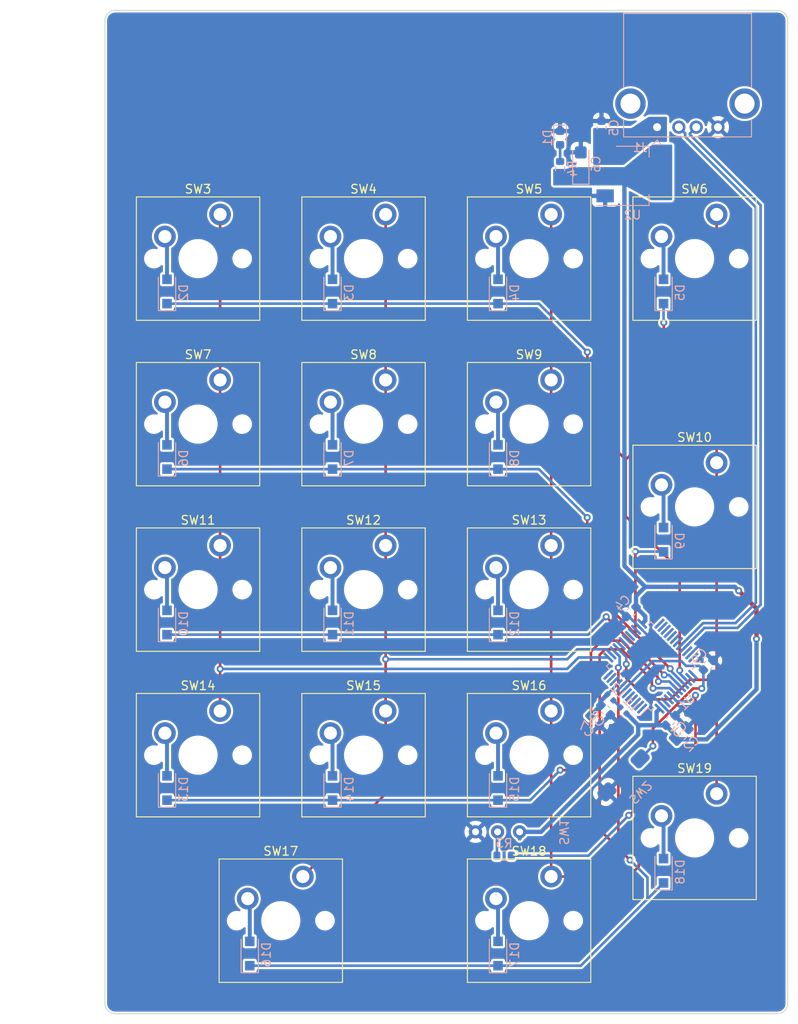
<source format=kicad_pcb>
(kicad_pcb (version 20211014) (generator pcbnew)
  (layers (0 "F.Cu" signal) (31 "B.Cu" signal) (34 "B.Paste" user) (35 "F.Paste" user) (36 "B.SilkS" user "B.Silkscreen") (37 "F.SilkS" user "F.Silkscreen") (38 "B.Mask" user) (39 "F.Mask" user) (44 "Edge.Cuts" user))
  (net 0 "")
  (net 1 "Earth")
  (net 2 "+3.3V")
  (net 3 "+5V")
  (net 4 "+3.3VA")
  (net 5 "NRST")
  (net 6 "/PWR_LED")
  (net 7 "R1")
  (net 8 "Net-(D2-Pad2)")
  (net 9 "Net-(D3-Pad2)")
  (net 10 "Net-(D4-Pad2)")
  (net 11 "Net-(D5-Pad2)")
  (net 12 "R2")
  (net 13 "Net-(D6-Pad2)")
  (net 14 "Net-(D7-Pad2)")
  (net 15 "Net-(D8-Pad2)")
  (net 16 "Net-(D9-Pad2)")
  (net 17 "R3")
  (net 18 "Net-(D10-Pad2)")
  (net 19 "Net-(D11-Pad2)")
  (net 20 "Net-(D12-Pad2)")
  (net 21 "R4")
  (net 22 "Net-(D13-Pad2)")
  (net 23 "Net-(D14-Pad2)")
  (net 24 "Net-(D15-Pad2)")
  (net 25 "R5")
  (net 26 "Net-(D16-Pad2)")
  (net 27 "Net-(D17-Pad2)")
  (net 28 "Net-(D18-Pad2)")
  (net 29 "USBD_N")
  (net 30 "USBD_P")
  (net 31 "Net-(L1-Pad2)")
  (net 32 "BOOT0")
  (net 33 "C1")
  (net 34 "C2")
  (net 35 "C3")
  (net 36 "C4")
  (net 45 "Net-(R3-Pad2)")
  (footprint "Switch_Keyboard_Cherry_MX:SW_Cherry_MX_PCB_1.00u" (layer "F.Cu") (at 179.784375 43.84375)
    (fp_text reference "SW6")
    (fp_text value "-")
  )
  (footprint "Switch_Keyboard_Cherry_MX:SW_Cherry_MX_PCB_2.00u" (layer "F.Cu") (at 132.159375 120.04375)
    (fp_text reference "SW17")
    (fp_text value "0")
  )
  (footprint "Switch_Keyboard_Cherry_MX:SW_Cherry_MX_PCB_1.00u" (layer "F.Cu") (at 141.684375 43.84375)
    (fp_text reference "SW4")
    (fp_text value "/")
  )
  (footprint "Switch_Keyboard_Cherry_MX:SW_Cherry_MX_PCB_1.00u" (layer "F.Cu") (at 122.634375 62.89375)
    (fp_text reference "SW7")
    (fp_text value "7")
  )
  (footprint "Switch_Keyboard_Cherry_MX:SW_Cherry_MX_PCB_1.00u" (layer "F.Cu") (at 122.634375 100.99375)
    (fp_text reference "SW14")
    (fp_text value "1")
  )
  (footprint "Switch_Keyboard_Cherry_MX:SW_Cherry_MX_PCB_1.00u" (layer "F.Cu") (at 160.734375 100.99375)
    (fp_text reference "SW16")
    (fp_text value "3")
  )
  (footprint "Switch_Keyboard_Cherry_MX:SW_Cherry_MX_PCB_1.00u" (layer "F.Cu") (at 141.684375 100.99375)
    (fp_text reference "SW15")
    (fp_text value "2")
  )
  (footprint "Switch_Keyboard_Cherry_MX:SW_Cherry_MX_PCB_1.00u" (layer "F.Cu") (at 160.734375 62.89375)
    (fp_text reference "SW9")
    (fp_text value "9")
  )
  (footprint "Switch_Keyboard_Cherry_MX:SW_Cherry_MX_PCB_1.00u" (layer "F.Cu") (at 122.634375 43.84375)
    (fp_text reference "SW3")
    (fp_text value "macro")
  )
  (footprint "Switch_Keyboard_Cherry_MX:SW_Cherry_MX_PCB_2.00u_90deg" (layer "F.Cu") (at 179.784375 110.51875)
    (fp_text reference "SW19")
    (fp_text value "enter")
  )
  (footprint "Switch_Keyboard_Cherry_MX:SW_Cherry_MX_PCB_1.00u" (layer "F.Cu") (at 141.684375 81.94375)
    (fp_text reference "SW12")
    (fp_text value "5")
  )
  (footprint "Switch_Keyboard_Cherry_MX:SW_Cherry_MX_PCB_2.00u_90deg" (layer "F.Cu") (at 179.784375 72.41875)
    (fp_text reference "SW10")
    (fp_text value "+")
  )
  (footprint "Switch_Keyboard_Cherry_MX:SW_Cherry_MX_PCB_1.00u" (layer "F.Cu") (at 160.734375 43.84375)
    (fp_text reference "SW5")
    (fp_text value "*")
  )
  (footprint "Switch_Keyboard_Cherry_MX:SW_Cherry_MX_PCB_1.00u" (layer "F.Cu") (at 160.734375 81.94375)
    (fp_text reference "SW13")
    (fp_text value "6")
  )
  (footprint "Switch_Keyboard_Cherry_MX:SW_Cherry_MX_PCB_1.00u" (layer "F.Cu") (at 122.634375 81.94375)
    (fp_text reference "SW11")
    (fp_text value "4")
  )
  (footprint "Switch_Keyboard_Cherry_MX:SW_Cherry_MX_PCB_1.00u" (layer "F.Cu") (at 160.734375 120.04375)
    (fp_text reference "SW18")
    (fp_text value ".")
  )
  (footprint "Switch_Keyboard_Cherry_MX:SW_Cherry_MX_PCB_1.00u" (layer "F.Cu") (at 141.684375 62.89375)
    (fp_text reference "SW8")
    (fp_text value "8")
  )
  (footprint "Diode_SMD:D_SOD-123F" (layer "B.Cu") (at 138.1125 66.675 90)
    (fp_text reference "D7")
    (fp_text value "D")
  )
  (footprint "Diode_SMD:D_SOD-123F" (layer "B.Cu") (at 157.1625 85.725 90)
    (fp_text reference "D12")
    (fp_text value "D")
  )
  (footprint "Inductor_SMD:L_0402_1005Metric" (layer "B.Cu") (at 171.592947 95.842947 135)
    (fp_text reference "L1")
    (fp_text value "15n")
  )
  (footprint "Capacitor_SMD:C_0603_1608Metric" (layer "B.Cu") (at 181.346108 90.639951 -135)
    (fp_text reference "C9")
    (fp_text value "100n")
  )
  (footprint "Diode_SMD:D_SOD-123F" (layer "B.Cu") (at 176.2125 76.2 90)
    (fp_text reference "D9")
    (fp_text value "D")
  )
  (footprint "Resistor_SMD:R_0603_1608Metric" (layer "B.Cu") (at 164.30625 33.49375 90)
    (fp_text reference "R4")
    (fp_text value "1k5")
  )
  (footprint "Capacitor_Tantalum_SMD:CP_EIA-3216-18_Kemet-A" (layer "B.Cu") (at 166.6875 32.96875 90)
    (fp_text reference "C6")
    (fp_text value "22u")
  )
  (footprint "Button_Switch_THT:ESP_SPDT_Slide_Switch" (layer "B.Cu") (at 157.109375 109.81875 90)
    (fp_text reference "SW1")
    (fp_text value "SW_SPDT")
  )
  (footprint "Package_QFP:LQFP-48_7x7mm_P0.5mm" (layer "B.Cu") (at 174.75 90.75 45)
    (fp_text reference "U1")
    (fp_text value "STM32F042C6Tx")
  )
  (footprint "Button_Switch_SMD:DTSM31N_SMD_Tact_Switch_4.3mm" (layer "B.Cu") (at 171.609375 103.31875 45)
    (fp_text reference "SW2")
    (fp_text value "SW_RESET")
  )
  (footprint "Diode_SMD:D_SOD-123F" (layer "B.Cu") (at 119.0625 104.775 90)
    (fp_text reference "D13")
    (fp_text value "D")
  )
  (footprint "Diode_SMD:D_SOD-123F" (layer "B.Cu") (at 138.1125 104.775 90)
    (fp_text reference "D14")
    (fp_text value "D")
  )
  (footprint "Diode_SMD:D_SOD-123F" (layer "B.Cu") (at 119.0625 85.725 90)
    (fp_text reference "D10")
    (fp_text value "D")
  )
  (footprint "Diode_SMD:D_SOD-123F" (layer "B.Cu") (at 119.0625 47.625 90)
    (fp_text reference "D2")
    (fp_text value "D")
  )
  (footprint "Diode_SMD:D_SOD-123F" (layer "B.Cu") (at 176.2125 47.625 90)
    (fp_text reference "D5")
    (fp_text value "D")
  )
  (footprint "Capacitor_SMD:C_0603_1608Metric" (layer "B.Cu") (at 172.5 84.5 -135)
    (fp_text reference "C4")
    (fp_text value "100n")
  )
  (footprint "Connector_USB:USB_A_CONNFLY_DS1095-WNR0" (layer "B.Cu") (at 175.471984 28.713612)
    (fp_text reference "J1")
    (fp_text value "USB_A")
  )
  (footprint "Diode_SMD:D_SOD-123F" (layer "B.Cu") (at 176.2125 114.3 90)
    (fp_text reference "D18")
    (fp_text value "D")
  )
  (footprint "Inductor_SMD:L_0402_1005Metric" (layer "B.Cu") (at 170.092947 94.342947 135)
    (fp_text reference "L2")
    (fp_text value "15n")
  )
  (footprint "LED_SMD:LED_0603_1608Metric" (layer "B.Cu") (at 164.30625 29.959372 -90)
    (fp_text reference "D1")
    (fp_text value "BLUE")
  )
  (footprint "Diode_SMD:D_SOD-123F" (layer "B.Cu") (at 157.1625 123.825 90)
    (fp_text reference "D17")
    (fp_text value "D")
  )
  (footprint "Diode_SMD:D_SOD-123F" (layer "B.Cu") (at 157.1625 47.625 90)
    (fp_text reference "D4")
    (fp_text value "D")
  )
  (footprint "Capacitor_SMD:C_0603_1608Metric" (layer "B.Cu") (at 177 97 45)
    (fp_text reference "C3")
    (fp_text value "100n")
  )
  (footprint "Diode_SMD:D_SOD-123F" (layer "B.Cu") (at 157.1625 104.775 90)
    (fp_text reference "D15")
    (fp_text value "D")
  )
  (footprint "Package_TO_SOT_SMD:SOT-223-3_TabPin2" (layer "B.Cu") (at 172.640625 34.31875)
    (fp_text reference "U2")
    (fp_text value "AMS1117-3.3")
  )
  (footprint "Resistor_SMD:R_0603_1608Metric" (layer "B.Cu") (at 157.859375 112.56875 180)
    (fp_text reference "R3")
    (fp_text value "10k")
  )
  (footprint "Diode_SMD:D_SOD-123F" (layer "B.Cu") (at 138.1125 47.625 90)
    (fp_text reference "D3")
    (fp_text value "D")
  )
  (footprint "Diode_SMD:D_SOD-123F" (layer "B.Cu") (at 119.0625 66.675 90)
    (fp_text reference "D6")
    (fp_text value "D")
  )
  (footprint "Diode_SMD:D_SOD-123F" (layer "B.Cu") (at 157.1625 66.675 90)
    (fp_text reference "D8")
    (fp_text value "D")
  )
  (footprint "Diode_SMD:D_SOD-123F" (layer "B.Cu") (at 128.5875 123.825 90)
    (fp_text reference "D16")
    (fp_text value "D")
  )
  (footprint "Capacitor_SMD:C_0603_1608Metric" (layer "B.Cu") (at 169.06875 28.78125 90)
    (fp_text reference "C5")
    (fp_text value "100n")
  )
  (footprint "Capacitor_SMD:C_0603_1608Metric" (layer "B.Cu") (at 168.298008 97 -45)
    (fp_text reference "C7")
    (fp_text value "1u")
  )
  (footprint "Diode_SMD:D_SOD-123F" (layer "B.Cu") (at 138.1125 85.725 90)
    (fp_text reference "D11")
    (fp_text value "D")
  )
  (footprint "Capacitor_SMD:C_0805_2012Metric" (layer "B.Cu") (at 178.25 98.5 45)
    (fp_text reference "C2")
    (fp_text value "4.7u")
  )
  (footprint "Capacitor_SMD:C_0603_1608Metric" (layer "B.Cu") (at 169.548008 95.798008 -45)
    (fp_text reference "C8")
    (fp_text value "10n")
  )
  (gr_arc (start 113.109375 130.759375) (mid 112.267476 130.410649) (end 111.91875 129.56875) (layer "Edge.Cuts") (width 0.1))
  (gr_line (start 111.91875 16.459375) (end 111.91875 129.56875) (layer "Edge.Cuts") (width 0.1))
  (gr_arc (start 190.5 129.56875) (mid 190.151274 130.410649) (end 189.309375 130.759375) (layer "Edge.Cuts") (width 0.1))
  (gr_arc (start 111.91875 16.459375) (mid 112.267476 15.617476) (end 113.109375 15.26875) (layer "Edge.Cuts") (width 0.1))
  (gr_line (start 190.5 129.56875) (end 190.5 16.459375) (layer "Edge.Cuts") (width 0.1))
  (gr_line (start 113.109375 130.759375) (end 189.309375 130.759375) (layer "Edge.Cuts") (width 0.1))
  (gr_arc (start 189.309375 15.26875) (mid 190.151274 15.617476) (end 190.5 16.459375) (layer "Edge.Cuts") (width 0.1))
  (gr_line (start 113.109375 15.26875) (end 189.309375 15.26875) (layer "Edge.Cuts") (width 0.1))
  (segment (start 177.270012 96.451992) (end 177.548008 96.451992) (width 0.3) (layer "B.Cu") (net 1))
  (segment (start 172.229988 85.048008) (end 171.951992 85.048008) (width 0.3) (layer "B.Cu") (net 1))
  (segment (start 171.276338 93.163002) (end 172.364983 92.074357) (width 0.3) (layer "B.Cu") (net 1))
  (segment (start 173.397658 86.215678) (end 172.229988 85.048008) (width 0.3) (layer "B.Cu") (net 1))
  (segment (start 176.102342 95.284322) (end 177.270012 96.451992) (width 0.3) (layer "B.Cu") (net 1))
  (segment (start 186.909375 84.11875) (end 186.909375 87.61875) (width 0.5) (layer "F.Cu") (net 2))
  (segment (start 184.859375 82.06875) (end 186.909375 84.11875) (width 0.5) (layer "F.Cu") (net 2))
  (via (at 184.859375 82.06875) (size 0.8) (drill 0.4) (layers "F.Cu" "B.Cu") (net 2))
  (via (at 186.909375 87.61875) (size 0.8) (drill 0.4) (layers "F.Cu" "B.Cu") (net 2))
  (segment (start 186.909375 93.41875) (end 186.909375 87.61875) (width 0.5) (layer "B.Cu") (net 2))
  (segment (start 174.109375 85.503961) (end 173.821922 85.791414) (width 0.5) (layer "B.Cu") (net 2))
  (segment (start 173.048008 83.951992) (end 174.109375 85.013359) (width 0.5) (layer "B.Cu") (net 2))
  (segment (start 173.048008 82.680117) (end 174.109375 81.61875) (width 0.5) (layer "B.Cu") (net 2))
  (segment (start 159.649375 109.81875) (end 162.109375 109.81875) (width 0.5) (layer "B.Cu") (net 2))
  (segment (start 162.109375 109.81875) (end 173.298008 98.630117) (width 0.5) (layer "B.Cu") (net 2))
  (segment (start 173.048008 83.951992) (end 173.048008 82.680117) (width 0.5) (layer "B.Cu") (net 2))
  (segment (start 176.609375 81.61875) (end 174.109375 81.61875) (width 0.5) (layer "B.Cu") (net 2))
  (segment (start 171.935894 96.185894) (end 173.298008 97.548008) (width 0.5) (layer "B.Cu") (net 2))
  (segment (start 180.909375 81.61875) (end 184.409375 81.61875) (width 0.5) (layer "B.Cu") (net 2))
  (segment (start 175.409375 97.448008) (end 175.409375 96.01875) (width 0.5) (layer "B.Cu") (net 2))
  (segment (start 184.409375 81.61875) (end 184.859375 82.06875) (width 0.5) (layer "B.Cu") (net 2))
  (segment (start 180.909375 81.61875) (end 176.609375 81.61875) (width 0.5) (layer "B.Cu") (net 2))
  (segment (start 174.109375 85.013359) (end 174.109375 85.503961) (width 0.5) (layer "B.Cu") (net 2))
  (segment (start 176.451992 97.548008) (end 175.509375 97.548008) (width 0.5) (layer "B.Cu") (net 2))
  (segment (start 177.578249 99.171751) (end 177.578249 98.674265) (width 0.5) (layer "B.Cu") (net 2))
  (segment (start 171.709375 79.21875) (end 171.709375 34.91875) (width 0.5) (layer "B.Cu") (net 2))
  (segment (start 159.649375 110.31875) (end 159.649375 110.56875) (width 0.5) (layer "B.Cu") (net 2))
  (segment (start 177.578249 98.674265) (end 176.451992 97.548008) (width 0.5) (layer "B.Cu") (net 2))
  (segment (start 175.409375 96.01875) (end 175.609375 95.81875) (width 0.5) (layer "B.Cu") (net 2))
  (segment (start 173.298008 97.548008) (end 176.451992 97.548008) (width 0.5) (layer "B.Cu") (net 2))
  (segment (start 174.109375 81.61875) (end 171.709375 79.21875) (width 0.5) (layer "B.Cu") (net 2))
  (segment (start 177.578249 99.171751) (end 181.156374 99.171751) (width 0.5) (layer "B.Cu") (net 2))
  (segment (start 173.298008 98.630117) (end 173.298008 97.548008) (width 0.5) (layer "B.Cu") (net 2))
  (segment (start 181.156374 99.171751) (end 186.909375 93.41875) (width 0.5) (layer "B.Cu") (net 2))
  (segment (start 175.509375 97.548008) (end 175.409375 97.448008) (width 0.5) (layer "B.Cu") (net 2))
  (segment (start 169 94.75) (end 169.75 94) (width 0.5) (layer "B.Cu") (net 4))
  (segment (start 169 95.25) (end 169 94.75) (width 0.5) (layer "B.Cu") (net 4))
  (segment (start 169.75 93.982234) (end 169.75 94) (width 0.3) (layer "B.Cu") (net 4))
  (segment (start 170.922785 92.809449) (end 169.75 93.982234) (width 0.3) (layer "B.Cu") (net 4))
  (segment (start 167.798008 96.451992) (end 169 95.25) (width 0.5) (layer "B.Cu") (net 4))
  (segment (start 167.75 96.451992) (end 167.798008 96.451992) (width 0.5) (layer "B.Cu") (net 4))
  (segment (start 174.859375 100.06875) (end 174.984375 99.94375) (width 0.3) (layer "F.Cu") (net 5))
  (segment (start 174.984375 97.94375) (end 174.984375 99.94375) (width 0.3) (layer "F.Cu") (net 5))
  (segment (start 180.609375 93.31875) (end 179.609375 93.31875) (width 0.3) (layer "F.Cu") (net 5))
  (segment (start 179.609375 93.31875) (end 174.984375 97.94375) (width 0.3) (layer "F.Cu") (net 5))
  (via (at 180.609375 93.31875) (size 0.8) (drill 0.4) (layers "F.Cu" "B.Cu") (net 5))
  (via (at 174.984375 99.94375) (size 0.8) (drill 0.4) (layers "F.Cu" "B.Cu") (net 5))
  (segment (start 180.7981 91.187959) (end 180.328891 90.71875) (width 0.3) (layer "B.Cu") (net 5))
  (segment (start 178.259375 90.16875) (end 174.977696 90.16875) (width 0.3) (layer "B.Cu") (net 5))
  (segment (start 180.7981 91.187959) (end 180.7981 93.130025) (width 0.3) (layer "B.Cu") (net 5))
  (segment (start 178.809375 90.71875) (end 178.259375 90.16875) (width 0.3) (layer "B.Cu") (net 5))
  (segment (start 180.328891 90.71875) (end 178.809375 90.71875) (width 0.3) (layer "B.Cu") (net 5))
  (segment (start 174.984375 99.94375) (end 173.518563 101.409562) (width 0.3) (layer "B.Cu") (net 5))
  (segment (start 180.7981 93.130025) (end 180.609375 93.31875) (width 0.3) (layer "B.Cu") (net 5))
  (segment (start 174.977696 90.16875) (end 171.629891 93.516555) (width 0.3) (layer "B.Cu") (net 5))
  (segment (start 164.30625 30.746872) (end 164.30625 32.66875) (width 0.3) (layer "B.Cu") (net 6))
  (segment (start 171.859375 73.49875) (end 178.069375 79.70875) (width 0.3) (layer "F.Cu") (net 7))
  (segment (start 167.443125 62.5625) (end 171.859375 66.97875) (width 0.3) (layer "F.Cu") (net 7))
  (segment (start 176.239375 51.20875) (end 176.239375 62.59875) (width 0.3) (layer "F.Cu") (net 7))
  (segment (start 176.239375 62.59875) (end 171.859375 66.97875) (width 0.3) (layer "F.Cu") (net 7))
  (segment (start 178.069375 79.70875) (end 178.069375 91.23875) (width 0.3) (layer "F.Cu") (net 7))
  (segment (start 167.443125 54.6025) (end 167.443125 62.5625) (width 0.3) (layer "F.Cu") (net 7))
  (segment (start 171.859375 66.97875) (end 171.859375 73.49875) (width 0.3) (layer "F.Cu") (net 7))
  (via (at 178.069375 91.23875) (size 0.8) (drill 0.4) (layers "F.Cu" "B.Cu") (net 7))
  (via (at 167.443125 54.6025) (size 0.8) (drill 0.4) (layers "F.Cu" "B.Cu") (net 7))
  (via (at 176.239375 51.20875) (size 0.8) (drill 0.4) (layers "F.Cu" "B.Cu") (net 7))
  (segment (start 178.069375 91.594501) (end 178.069375 91.23875) (width 0.3) (layer "B.Cu") (net 7))
  (segment (start 176.2125 51.181875) (end 176.239375 51.20875) (width 0.3) (layer "B.Cu") (net 7))
  (segment (start 176.2125 49.025) (end 176.2125 51.181875) (width 0.3) (layer "B.Cu") (net 7))
  (segment (start 119.0625 49.025) (end 157.1625 49.025) (width 0.3) (layer "B.Cu") (net 7))
  (segment (start 161.869375 49.02875) (end 167.443125 54.6025) (width 0.3) (layer "B.Cu") (net 7))
  (segment (start 178.930769 92.455895) (end 178.069375 91.594501) (width 0.3) (layer "B.Cu") (net 7))
  (segment (start 157.17625 49.02875) (end 161.869375 49.02875) (width 0.3) (layer "B.Cu") (net 7))
  (segment locked (start 119.0625 41.541875) (end 119.0625 46.225) (width 0.45) (layer "B.Cu") (net 8))
  (segment locked (start 138.1125 41.541875) (end 138.1125 46.225) (width 0.45) (layer "B.Cu") (net 9))
  (segment locked (start 157.1625 41.541875) (end 157.1625 46.225) (width 0.45) (layer "B.Cu") (net 10))
  (segment locked (start 176.2125 41.541875) (end 176.2125 46.225) (width 0.45) (layer "B.Cu") (net 11))
  (segment (start 176.114578 90.173547) (end 176.972049 91.031017) (width 0.3) (layer "F.Cu") (net 12))
  (segment (start 172.969375 77.55875) (end 172.969375 87.028344) (width 0.3) (layer "F.Cu") (net 12))
  (segment (start 167.429375 73.64875) (end 167.429375 81.488344) (width 0.3) (layer "F.Cu") (net 12))
  (segment (start 172.969375 87.028344) (end 176.114578 90.173547) (width 0.3) (layer "F.Cu") (net 12))
  (segment (start 167.429375 81.488344) (end 176.114578 90.173547) (width 0.3) (layer "F.Cu") (net 12))
  (via (at 172.969375 77.55875) (size 0.8) (drill 0.4) (layers "F.Cu" "B.Cu") (net 12))
  (via (at 176.972049 91.031017) (size 0.8) (drill 0.4) (layers "F.Cu" "B.Cu") (net 12))
  (via (at 167.429375 73.64875) (size 0.8) (drill 0.4) (layers "F.Cu" "B.Cu") (net 12))
  (segment (start 176.972049 91.204283) (end 176.972049 91.031017) (width 0.3) (layer "B.Cu") (net 12))
  (segment (start 119.0625 68.075) (end 157.1625 68.075) (width 0.3) (layer "B.Cu") (net 12))
  (segment (start 176.17125 77.55875) (end 176.2125 77.6) (width 0.3) (layer "B.Cu") (net 12))
  (segment (start 157.1625 68.075) (end 161.855625 68.075) (width 0.3) (layer "B.Cu") (net 12))
  (segment (start 178.577215 92.809449) (end 176.972049 91.204283) (width 0.3) (layer "B.Cu") (net 12))
  (segment (start 161.855625 68.075) (end 167.429375 73.64875) (width 0.3) (layer "B.Cu") (net 12))
  (segment (start 172.969375 77.55875) (end 176.17125 77.55875) (width 0.3) (layer "B.Cu") (net 12))
  (segment locked (start 119.0625 60.591875) (end 119.0625 65.275) (width 0.45) (layer "B.Cu") (net 13))
  (segment locked (start 138.1125 60.591875) (end 138.1125 65.275) (width 0.45) (layer "B.Cu") (net 14))
  (segment locked (start 157.1625 60.591875) (end 157.1625 65.275) (width 0.45) (layer "B.Cu") (net 15))
  (segment locked (start 176.2125 70.116875) (end 176.2125 74.8) (width 0.45) (layer "B.Cu") (net 16))
  (segment (start 176.292725 91.7521) (end 176.292725 91.76635) (width 0.3) (layer "F.Cu") (net 17))
  (segment (start 169.609375 85.06875) (end 176.292725 91.7521) (width 0.3) (layer "F.Cu") (net 17))
  (via (at 176.292725 91.76635) (size 0.8) (drill 0.4) (layers "F.Cu" "B.Cu") (net 17))
  (via (at 169.609375 85.06875) (size 0.8) (drill 0.4) (layers "F.Cu" "B.Cu") (net 17))
  (segment (start 178.223662 93.163002) (end 176.82701 91.76635) (width 0.3) (layer "B.Cu") (net 17))
  (segment (start 119.0625 87.125) (end 157.1625 87.125) (width 0.3) (layer "B.Cu") (net 17))
  (segment (start 176.82701 91.76635) (end 176.292725 91.76635) (width 0.3) (layer "B.Cu") (net 17))
  (segment (start 167.553125 87.125) (end 157.1625 87.125) (width 0.3) (layer "B.Cu") (net 17))
  (segment (start 169.609375 85.06875) (end 167.553125 87.125) (width 0.3) (layer "B.Cu") (net 17))
  (segment locked (start 119.0625 79.641875) (end 119.0625 84.325) (width 0.45) (layer "B.Cu") (net 18))
  (segment locked (start 138.1125 79.641875) (end 138.1125 84.325) (width 0.45) (layer "B.Cu") (net 19))
  (segment locked (start 157.1625 79.641875) (end 157.1625 84.325) (width 0.45) (layer "B.Cu") (net 20))
  (segment (start 167.859375 101.26875) (end 167.859375 89.06875) (width 0.3) (layer "F.Cu") (net 21))
  (segment (start 175.620724 92.15501) (end 175.620724 92.51585) (width 0.3) (layer "F.Cu") (net 21))
  (segment (start 167.859375 89.06875) (end 169.109375 87.81875) (width 0.3) (layer "F.Cu") (net 21))
  (segment (start 169.109375 87.81875) (end 171.359375 87.81875) (width 0.3) (layer "F.Cu") (net 21))
  (segment (start 166.409375 102.71875) (end 167.859375 101.26875) (width 0.3) (layer "F.Cu") (net 21))
  (segment (start 175.542725 92.077011) (end 175.620724 92.15501) (width 0.3) (layer "F.Cu") (net 21))
  (segment (start 171.359375 87.81875) (end 175.542725 92.0021) (width 0.3) (layer "F.Cu") (net 21))
  (segment (start 175.542725 92.0021) (end 175.542725 92.077011) (width 0.3) (layer "F.Cu") (net 21))
  (segment (start 164.309375 102.71875) (end 166.409375 102.71875) (width 0.3) (layer "F.Cu") (net 21))
  (via (at 164.309375 102.71875) (size 0.8) (drill 0.4) (layers "F.Cu" "B.Cu") (net 21))
  (via (at 175.620724 92.51585) (size 0.8) (drill 0.4) (layers "F.Cu" "B.Cu") (net 21))
  (segment (start 160.853125 106.175) (end 157.1625 106.175) (width 0.3) (layer "B.Cu") (net 21))
  (segment (start 119.0625 106.175) (end 157.1625 106.175) (width 0.3) (layer "B.Cu") (net 21))
  (segment (start 175.620724 92.51585) (end 176.869404 92.51585) (width 0.3) (layer "B.Cu") (net 21))
  (segment (start 176.869404 92.51585) (end 177.870109 93.516555) (width 0.3) (layer "B.Cu") (net 21))
  (segment (start 164.309375 102.71875) (end 160.853125 106.175) (width 0.3) (layer "B.Cu") (net 21))
  (segment locked (start 119.0625 98.691875) (end 119.0625 103.375) (width 0.45) (layer "B.Cu") (net 22))
  (segment locked (start 138.1125 98.691875) (end 138.1125 103.375) (width 0.45) (layer "B.Cu") (net 23))
  (segment locked (start 157.1625 98.691875) (end 157.1625 103.375) (width 0.45) (layer "B.Cu") (net 24))
  (segment (start 168.859375 109.56875) (end 168.859375 89.44375) (width 0.3) (layer "F.Cu") (net 25))
  (segment (start 171.359375 88.81875) (end 174.870724 92.330099) (width 0.3) (layer "F.Cu") (net 25))
  (segment (start 174.870724 93.170099) (end 174.999375 93.29875) (width 0.3) (layer "F.Cu") (net 25))
  (segment (start 174.870724 92.330099) (end 174.870724 93.170099) (width 0.3) (layer "F.Cu") (net 25))
  (segment (start 168.859375 89.44375) (end 169.484375 88.81875) (width 0.3) (layer "F.Cu") (net 25))
  (segment (start 172.359375 113.06875) (end 168.859375 109.56875) (width 0.3) (layer "F.Cu") (net 25))
  (segment (start 169.484375 88.81875) (end 171.359375 88.81875) (width 0.3) (layer "F.Cu") (net 25))
  (via (at 172.359375 113.06875) (size 0.8) (drill 0.4) (layers "F.Cu" "B.Cu") (net 25))
  (via (at 174.999375 93.29875) (size 0.8) (drill 0.4) (layers "F.Cu" "B.Cu") (net 25))
  (segment (start 175.020954 93.277171) (end 176.923617 93.277171) (width 0.3) (layer "B.Cu") (net 25))
  (segment (start 172.359375 113.06875) (end 174.359375 115.06875) (width 0.3) (layer "B.Cu") (net 25))
  (segment (start 174.359375 115.06875) (end 174.359375 117.56875) (width 0.3) (layer "B.Cu") (net 25))
  (segment (start 172.401562 119.510937) (end 176.2125 115.7) (width 0.3) (layer "B.Cu") (net 25))
  (segment (start 128.5875 125.225) (end 166.6875 125.225) (width 0.3) (layer "B.Cu") (net 25))
  (segment (start 176.923617 93.277171) (end 177.516555 93.870109) (width 0.3) (layer "B.Cu") (net 25))
  (segment (start 166.6875 125.225) (end 172.401562 119.510937) (width 0.3) (layer "B.Cu") (net 25))
  (segment (start 174.999375 93.29875) (end 175.020954 93.277171) (width 0.3) (layer "B.Cu") (net 25))
  (segment locked (start 128.5875 117.741875) (end 128.5875 122.425) (width 0.45) (layer "B.Cu") (net 26))
  (segment locked (start 157.1625 117.741875) (end 157.1625 122.425) (width 0.45) (layer "B.Cu") (net 27))
  (segment locked (start 176.2125 108.216875) (end 176.2125 112.9) (width 0.45) (layer "B.Cu") (net 28))
  (segment (start 184.495465 85.79375) (end 186.834375 83.45484) (width 0.3) (layer "B.Cu") (net 29))
  (segment (start 178.223662 88.336998) (end 180.76691 85.79375) (width 0.3) (layer "B.Cu") (net 29))
  (segment (start 178.696984 29.438612) (end 177.971984 28.713612) (width 0.3) (layer "B.Cu") (net 29))
  (segment (start 178.696984 29.795269) (end 178.696984 29.438612) (width 0.3) (layer "B.Cu") (net 29))
  (segment (start 186.834375 37.93266) (end 178.696984 29.795269) (width 0.3) (layer "B.Cu") (net 29))
  (segment (start 180.76691 85.79375) (end 184.495465 85.79375) (width 0.3) (layer "B.Cu") (net 29))
  (segment (start 186.834375 83.45484) (end 186.834375 37.93266) (width 0.3) (layer "B.Cu") (net 29))
  (segment (start 184.723285 86.34375) (end 187.384375 83.68266) (width 0.3) (layer "B.Cu") (net 30))
  (segment (start 180.924016 86.34375) (end 184.723285 86.34375) (width 0.3) (layer "B.Cu") (net 30))
  (segment (start 178.577215 88.690551) (end 180.924016 86.34375) (width 0.3) (layer "B.Cu") (net 30))
  (segment (start 187.384375 37.70484) (end 179.246984 29.567449) (width 0.3) (layer "B.Cu") (net 30))
  (segment (start 179.246984 29.438612) (end 179.971984 28.713612) (width 0.3) (layer "B.Cu") (net 30))
  (segment (start 179.246984 29.567449) (end 179.246984 29.438612) (width 0.3) (layer "B.Cu") (net 30))
  (segment (start 187.384375 83.68266) (end 187.384375 37.70484) (width 0.3) (layer "B.Cu") (net 30))
  (segment (start 170.435894 94.685894) (end 171.25 95.5) (width 0.3) (layer "B.Cu") (net 31))
  (segment (start 179.889602 100.288523) (end 179.889602 94.098477) (width 0.3) (layer "F.Cu") (net 32))
  (segment (start 172.209375 107.91875) (end 172.259375 107.91875) (width 0.3) (layer "F.Cu") (net 32))
  (segment (start 172.259375 107.91875) (end 179.889602 100.288523) (width 0.3) (layer "F.Cu") (net 32))
  (via (at 179.889602 94.098477) (size 0.8) (drill 0.4) (layers "F.Cu" "B.Cu") (net 32))
  (via (at 172.209375 107.91875) (size 0.8) (drill 0.4) (layers "F.Cu" "B.Cu") (net 32))
  (segment (start 172.209375 107.91875) (end 167.559375 112.56875) (width 0.3) (layer "B.Cu") (net 32))
  (segment (start 179.171479 94.8166) (end 177.75594 94.8166) (width 0.3) (layer "B.Cu") (net 32))
  (segment (start 177.75594 94.8166) (end 177.163002 94.223662) (width 0.3) (layer "B.Cu") (net 32))
  (segment (start 167.559375 112.56875) (end 158.684375 112.56875) (width 0.3) (layer "B.Cu") (net 32))
  (segment (start 179.889602 94.098477) (end 179.171479 94.8166) (width 0.3) (layer "B.Cu") (net 32))
  (segment (start 125.174375 38.76375) (end 125.174375 91.06875) (width 0.3) (layer "F.Cu") (net 33))
  (segment (start 125.174375 91.06875) (end 125.174375 95.91375) (width 0.3) (layer "F.Cu") (net 33))
  (via (at 125.174375 91.06875) (size 0.8) (drill 0.4) (layers "F.Cu" "B.Cu") (net 33))
  (segment (start 125.174375 91.06875) (end 165.109375 91.06875) (width 0.3) (layer "B.Cu") (net 33))
  (segment (start 165.109375 91.06875) (end 166.426913 89.751212) (width 0.3) (layer "B.Cu") (net 33))
  (segment (start 166.426913 89.751212) (end 169.862124 89.751212) (width 0.3) (layer "B.Cu") (net 33))
  (segment (start 144.224375 89.95375) (end 144.224375 105.43875) (width 0.3) (layer "F.Cu") (net 34))
  (segment (start 144.224375 105.43875) (end 134.699375 114.96375) (width 0.3) (layer "F.Cu") (net 34))
  (segment (start 144.224375 38.76375) (end 144.224375 89.95375) (width 0.3) (layer "F.Cu") (net 34))
  (via (at 144.224375 89.95375) (size 0.8) (drill 0.4) (layers "F.Cu" "B.Cu") (net 34))
  (segment (start 166.278734 88.804721) (end 165.129705 89.95375) (width 0.3) (layer "B.Cu") (net 34))
  (segment (start 169.622739 88.804721) (end 166.278734 88.804721) (width 0.3) (layer "B.Cu") (net 34))
  (segment (start 165.129705 89.95375) (end 144.224375 89.95375) (width 0.3) (layer "B.Cu") (net 34))
  (segment (start 170.215678 89.397658) (end 169.622739 88.804721) (width 0.3) (layer "B.Cu") (net 34))
  (segment (start 172.214375 114.96375) (end 163.274375 114.96375) (width 0.3) (layer "F.Cu") (net 35))
  (segment (start 163.274375 38.76375) (end 163.274375 114.96375) (width 0.3) (layer "F.Cu") (net 35))
  (segment (start 171.009375 109.71875) (end 173.359375 112.06875) (width 0.3) (layer "F.Cu") (net 35))
  (segment (start 171.009375 90.91875) (end 171.009375 109.71875) (width 0.3) (layer "F.Cu") (net 35))
  (segment (start 173.359375 112.06875) (end 173.359375 113.81875) (width 0.3) (layer "F.Cu") (net 35))
  (segment (start 173.359375 113.81875) (end 172.214375 114.96375) (width 0.3) (layer "F.Cu") (net 35))
  (via (at 171.009375 90.91875) (size 0.8) (drill 0.4) (layers "F.Cu" "B.Cu") (net 35))
  (segment (start 171.009375 90.91875) (end 171.162169 90.765956) (width 0.3) (layer "B.Cu") (net 35))
  (segment (start 171.162169 90.765956) (end 171.162169 89.637043) (width 0.3) (layer "B.Cu") (net 35))
  (segment (start 171.162169 89.637043) (end 170.569231 89.044105) (width 0.3) (layer "B.Cu") (net 35))
  (segment (start 176.984375 94.56875) (end 179.234375 92.31875) (width 0.3) (layer "F.Cu") (net 36))
  (segment (start 182.324375 38.76375) (end 182.324375 105.43875) (width 0.3) (layer "F.Cu") (net 36))
  (segment (start 179.234375 92.31875) (end 182.109375 92.31875) (width 0.3) (layer "F.Cu") (net 36))
  (segment (start 171.922732 92.132107) (end 174.359375 94.56875) (width 0.3) (layer "F.Cu") (net 36))
  (segment (start 171.922732 90.512813) (end 171.922732 92.132107) (width 0.3) (layer "F.Cu") (net 36))
  (segment (start 174.359375 94.56875) (end 176.984375 94.56875) (width 0.3) (layer "F.Cu") (net 36))
  (via (at 171.922732 90.512813) (size 0.8) (drill 0.4) (layers "F.Cu" "B.Cu") (net 36))
  (segment (start 171.922732 90.512813) (end 171.922732 89.690498) (width 0.3) (layer "B.Cu") (net 36))
  (segment (start 171.922732 89.690498) (end 170.922785 88.690551) (width 0.3) (layer "B.Cu") (net 36))
  (segment (start 157.034375 112.56875) (end 157.034375 109.89375) (width 0.3) (layer "B.Cu") (net 45))
  (segment (start 157.034375 109.89375) (end 157.109375 109.81875) (width 0.3) (layer "B.Cu") (net 45))
  (zone (net 3) (net_name "+5V") (layer "B.Cu") (priority 1) (connect_pads yes (clearance 0.25)) (min_thickness 0.254) (fill yes (thermal_gap 0.508) (thermal_bridge_width 0.508))
    (polygon (pts (xy 176.609375 30.41875) (xy 174.809375 30.41875) (xy 171.609375 33.11875) (xy 168.109375 33.11875) (xy 168.109375 28.81875) (xy 172.509375 28.81875) (xy 174.509375 27.51875) (xy 176.609375 27.51875)))
  )
  (zone (net 2) (net_name "+3.3V") (layer "B.Cu") (priority 2) (connect_pads yes (clearance 0.25)) (min_thickness 0.254) (fill yes (thermal_gap 0.508) (thermal_bridge_width 0.508))
    (polygon (pts (xy 177.209375 37.11875) (xy 174.809375 37.11875) (xy 171.709375 35.41875) (xy 163.509375 35.41875) (xy 163.509375 33.51875) (xy 165.009375 33.51875) (xy 165.609375 33.31875) (xy 171.709375 33.31875) (xy 174.909375 30.71875) (xy 177.209375 30.71875)))
  )
  (zone (net 1) (net_name "Earth") (layer "B.Cu") (connect_pads (clearance 0.25)) (min_thickness 0.254) (fill yes (thermal_gap 0.508) (thermal_bridge_width 0.5))
    (polygon (pts (xy 191.690625 131.95) (xy 110.728125 131.95) (xy 110.728125 14.078125) (xy 191.690625 14.078125)))
  )
)
</source>
